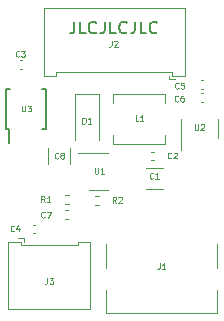
<source format=gbr>
%TF.GenerationSoftware,KiCad,Pcbnew,(6.0.0)*%
%TF.CreationDate,2022-02-06T18:38:24+08:00*%
%TF.ProjectId,FurutaPendulum_Power_Board,46757275-7461-4506-956e-64756c756d5f,rev?*%
%TF.SameCoordinates,Original*%
%TF.FileFunction,Legend,Top*%
%TF.FilePolarity,Positive*%
%FSLAX46Y46*%
G04 Gerber Fmt 4.6, Leading zero omitted, Abs format (unit mm)*
G04 Created by KiCad (PCBNEW (6.0.0)) date 2022-02-06 18:38:24*
%MOMM*%
%LPD*%
G01*
G04 APERTURE LIST*
%ADD10C,0.150000*%
%ADD11C,0.100000*%
%ADD12C,0.120000*%
G04 APERTURE END LIST*
D10*
X96616666Y-93752380D02*
X96616666Y-94466666D01*
X96569047Y-94609523D01*
X96473809Y-94704761D01*
X96330952Y-94752380D01*
X96235714Y-94752380D01*
X97569047Y-94752380D02*
X97092857Y-94752380D01*
X97092857Y-93752380D01*
X98473809Y-94657142D02*
X98426190Y-94704761D01*
X98283333Y-94752380D01*
X98188095Y-94752380D01*
X98045238Y-94704761D01*
X97950000Y-94609523D01*
X97902380Y-94514285D01*
X97854761Y-94323809D01*
X97854761Y-94180952D01*
X97902380Y-93990476D01*
X97950000Y-93895238D01*
X98045238Y-93800000D01*
X98188095Y-93752380D01*
X98283333Y-93752380D01*
X98426190Y-93800000D01*
X98473809Y-93847619D01*
X99188095Y-93752380D02*
X99188095Y-94466666D01*
X99140476Y-94609523D01*
X99045238Y-94704761D01*
X98902380Y-94752380D01*
X98807142Y-94752380D01*
X100140476Y-94752380D02*
X99664285Y-94752380D01*
X99664285Y-93752380D01*
X101045238Y-94657142D02*
X100997619Y-94704761D01*
X100854761Y-94752380D01*
X100759523Y-94752380D01*
X100616666Y-94704761D01*
X100521428Y-94609523D01*
X100473809Y-94514285D01*
X100426190Y-94323809D01*
X100426190Y-94180952D01*
X100473809Y-93990476D01*
X100521428Y-93895238D01*
X100616666Y-93800000D01*
X100759523Y-93752380D01*
X100854761Y-93752380D01*
X100997619Y-93800000D01*
X101045238Y-93847619D01*
X101759523Y-93752380D02*
X101759523Y-94466666D01*
X101711904Y-94609523D01*
X101616666Y-94704761D01*
X101473809Y-94752380D01*
X101378571Y-94752380D01*
X102711904Y-94752380D02*
X102235714Y-94752380D01*
X102235714Y-93752380D01*
X103616666Y-94657142D02*
X103569047Y-94704761D01*
X103426190Y-94752380D01*
X103330952Y-94752380D01*
X103188095Y-94704761D01*
X103092857Y-94609523D01*
X103045238Y-94514285D01*
X102997619Y-94323809D01*
X102997619Y-94180952D01*
X103045238Y-93990476D01*
X103092857Y-93895238D01*
X103188095Y-93800000D01*
X103330952Y-93752380D01*
X103426190Y-93752380D01*
X103569047Y-93800000D01*
X103616666Y-93847619D01*
D11*
%TO.C,L1*%
X102041666Y-102196190D02*
X101803571Y-102196190D01*
X101803571Y-101696190D01*
X102470238Y-102196190D02*
X102184523Y-102196190D01*
X102327380Y-102196190D02*
X102327380Y-101696190D01*
X102279761Y-101767619D01*
X102232142Y-101815238D01*
X102184523Y-101839047D01*
%TO.C,C4*%
X91526666Y-111478571D02*
X91502857Y-111502380D01*
X91431428Y-111526190D01*
X91383809Y-111526190D01*
X91312380Y-111502380D01*
X91264761Y-111454761D01*
X91240952Y-111407142D01*
X91217142Y-111311904D01*
X91217142Y-111240476D01*
X91240952Y-111145238D01*
X91264761Y-111097619D01*
X91312380Y-111050000D01*
X91383809Y-111026190D01*
X91431428Y-111026190D01*
X91502857Y-111050000D01*
X91526666Y-111073809D01*
X91955238Y-111192857D02*
X91955238Y-111526190D01*
X91836190Y-111002380D02*
X91717142Y-111359523D01*
X92026666Y-111359523D01*
%TO.C,D1*%
X97310952Y-102386190D02*
X97310952Y-101886190D01*
X97430000Y-101886190D01*
X97501428Y-101910000D01*
X97549047Y-101957619D01*
X97572857Y-102005238D01*
X97596666Y-102100476D01*
X97596666Y-102171904D01*
X97572857Y-102267142D01*
X97549047Y-102314761D01*
X97501428Y-102362380D01*
X97430000Y-102386190D01*
X97310952Y-102386190D01*
X98072857Y-102386190D02*
X97787142Y-102386190D01*
X97930000Y-102386190D02*
X97930000Y-101886190D01*
X97882380Y-101957619D01*
X97834761Y-102005238D01*
X97787142Y-102029047D01*
%TO.C,C3*%
X91966666Y-96678571D02*
X91942857Y-96702380D01*
X91871428Y-96726190D01*
X91823809Y-96726190D01*
X91752380Y-96702380D01*
X91704761Y-96654761D01*
X91680952Y-96607142D01*
X91657142Y-96511904D01*
X91657142Y-96440476D01*
X91680952Y-96345238D01*
X91704761Y-96297619D01*
X91752380Y-96250000D01*
X91823809Y-96226190D01*
X91871428Y-96226190D01*
X91942857Y-96250000D01*
X91966666Y-96273809D01*
X92133333Y-96226190D02*
X92442857Y-96226190D01*
X92276190Y-96416666D01*
X92347619Y-96416666D01*
X92395238Y-96440476D01*
X92419047Y-96464285D01*
X92442857Y-96511904D01*
X92442857Y-96630952D01*
X92419047Y-96678571D01*
X92395238Y-96702380D01*
X92347619Y-96726190D01*
X92204761Y-96726190D01*
X92157142Y-96702380D01*
X92133333Y-96678571D01*
%TO.C,J2*%
X99783333Y-95376190D02*
X99783333Y-95733333D01*
X99759523Y-95804761D01*
X99711904Y-95852380D01*
X99640476Y-95876190D01*
X99592857Y-95876190D01*
X99997619Y-95423809D02*
X100021428Y-95400000D01*
X100069047Y-95376190D01*
X100188095Y-95376190D01*
X100235714Y-95400000D01*
X100259523Y-95423809D01*
X100283333Y-95471428D01*
X100283333Y-95519047D01*
X100259523Y-95590476D01*
X99973809Y-95876190D01*
X100283333Y-95876190D01*
%TO.C,C6*%
X105416666Y-100478571D02*
X105392857Y-100502380D01*
X105321428Y-100526190D01*
X105273809Y-100526190D01*
X105202380Y-100502380D01*
X105154761Y-100454761D01*
X105130952Y-100407142D01*
X105107142Y-100311904D01*
X105107142Y-100240476D01*
X105130952Y-100145238D01*
X105154761Y-100097619D01*
X105202380Y-100050000D01*
X105273809Y-100026190D01*
X105321428Y-100026190D01*
X105392857Y-100050000D01*
X105416666Y-100073809D01*
X105845238Y-100026190D02*
X105750000Y-100026190D01*
X105702380Y-100050000D01*
X105678571Y-100073809D01*
X105630952Y-100145238D01*
X105607142Y-100240476D01*
X105607142Y-100430952D01*
X105630952Y-100478571D01*
X105654761Y-100502380D01*
X105702380Y-100526190D01*
X105797619Y-100526190D01*
X105845238Y-100502380D01*
X105869047Y-100478571D01*
X105892857Y-100430952D01*
X105892857Y-100311904D01*
X105869047Y-100264285D01*
X105845238Y-100240476D01*
X105797619Y-100216666D01*
X105702380Y-100216666D01*
X105654761Y-100240476D01*
X105630952Y-100264285D01*
X105607142Y-100311904D01*
%TO.C,C2*%
X104826666Y-105298571D02*
X104802857Y-105322380D01*
X104731428Y-105346190D01*
X104683809Y-105346190D01*
X104612380Y-105322380D01*
X104564761Y-105274761D01*
X104540952Y-105227142D01*
X104517142Y-105131904D01*
X104517142Y-105060476D01*
X104540952Y-104965238D01*
X104564761Y-104917619D01*
X104612380Y-104870000D01*
X104683809Y-104846190D01*
X104731428Y-104846190D01*
X104802857Y-104870000D01*
X104826666Y-104893809D01*
X105017142Y-104893809D02*
X105040952Y-104870000D01*
X105088571Y-104846190D01*
X105207619Y-104846190D01*
X105255238Y-104870000D01*
X105279047Y-104893809D01*
X105302857Y-104941428D01*
X105302857Y-104989047D01*
X105279047Y-105060476D01*
X104993333Y-105346190D01*
X105302857Y-105346190D01*
%TO.C,C5*%
X105449166Y-99378571D02*
X105425357Y-99402380D01*
X105353928Y-99426190D01*
X105306309Y-99426190D01*
X105234880Y-99402380D01*
X105187261Y-99354761D01*
X105163452Y-99307142D01*
X105139642Y-99211904D01*
X105139642Y-99140476D01*
X105163452Y-99045238D01*
X105187261Y-98997619D01*
X105234880Y-98950000D01*
X105306309Y-98926190D01*
X105353928Y-98926190D01*
X105425357Y-98950000D01*
X105449166Y-98973809D01*
X105901547Y-98926190D02*
X105663452Y-98926190D01*
X105639642Y-99164285D01*
X105663452Y-99140476D01*
X105711071Y-99116666D01*
X105830119Y-99116666D01*
X105877738Y-99140476D01*
X105901547Y-99164285D01*
X105925357Y-99211904D01*
X105925357Y-99330952D01*
X105901547Y-99378571D01*
X105877738Y-99402380D01*
X105830119Y-99426190D01*
X105711071Y-99426190D01*
X105663452Y-99402380D01*
X105639642Y-99378571D01*
%TO.C,C8*%
X95256666Y-105308571D02*
X95232857Y-105332380D01*
X95161428Y-105356190D01*
X95113809Y-105356190D01*
X95042380Y-105332380D01*
X94994761Y-105284761D01*
X94970952Y-105237142D01*
X94947142Y-105141904D01*
X94947142Y-105070476D01*
X94970952Y-104975238D01*
X94994761Y-104927619D01*
X95042380Y-104880000D01*
X95113809Y-104856190D01*
X95161428Y-104856190D01*
X95232857Y-104880000D01*
X95256666Y-104903809D01*
X95542380Y-105070476D02*
X95494761Y-105046666D01*
X95470952Y-105022857D01*
X95447142Y-104975238D01*
X95447142Y-104951428D01*
X95470952Y-104903809D01*
X95494761Y-104880000D01*
X95542380Y-104856190D01*
X95637619Y-104856190D01*
X95685238Y-104880000D01*
X95709047Y-104903809D01*
X95732857Y-104951428D01*
X95732857Y-104975238D01*
X95709047Y-105022857D01*
X95685238Y-105046666D01*
X95637619Y-105070476D01*
X95542380Y-105070476D01*
X95494761Y-105094285D01*
X95470952Y-105118095D01*
X95447142Y-105165714D01*
X95447142Y-105260952D01*
X95470952Y-105308571D01*
X95494761Y-105332380D01*
X95542380Y-105356190D01*
X95637619Y-105356190D01*
X95685238Y-105332380D01*
X95709047Y-105308571D01*
X95732857Y-105260952D01*
X95732857Y-105165714D01*
X95709047Y-105118095D01*
X95685238Y-105094285D01*
X95637619Y-105070476D01*
%TO.C,U1*%
X98349047Y-106136190D02*
X98349047Y-106540952D01*
X98372857Y-106588571D01*
X98396666Y-106612380D01*
X98444285Y-106636190D01*
X98539523Y-106636190D01*
X98587142Y-106612380D01*
X98610952Y-106588571D01*
X98634761Y-106540952D01*
X98634761Y-106136190D01*
X99134761Y-106636190D02*
X98849047Y-106636190D01*
X98991904Y-106636190D02*
X98991904Y-106136190D01*
X98944285Y-106207619D01*
X98896666Y-106255238D01*
X98849047Y-106279047D01*
%TO.C,R1*%
X94106666Y-109056190D02*
X93940000Y-108818095D01*
X93820952Y-109056190D02*
X93820952Y-108556190D01*
X94011428Y-108556190D01*
X94059047Y-108580000D01*
X94082857Y-108603809D01*
X94106666Y-108651428D01*
X94106666Y-108722857D01*
X94082857Y-108770476D01*
X94059047Y-108794285D01*
X94011428Y-108818095D01*
X93820952Y-108818095D01*
X94582857Y-109056190D02*
X94297142Y-109056190D01*
X94440000Y-109056190D02*
X94440000Y-108556190D01*
X94392380Y-108627619D01*
X94344761Y-108675238D01*
X94297142Y-108699047D01*
%TO.C,C1*%
X103296666Y-107008571D02*
X103272857Y-107032380D01*
X103201428Y-107056190D01*
X103153809Y-107056190D01*
X103082380Y-107032380D01*
X103034761Y-106984761D01*
X103010952Y-106937142D01*
X102987142Y-106841904D01*
X102987142Y-106770476D01*
X103010952Y-106675238D01*
X103034761Y-106627619D01*
X103082380Y-106580000D01*
X103153809Y-106556190D01*
X103201428Y-106556190D01*
X103272857Y-106580000D01*
X103296666Y-106603809D01*
X103772857Y-107056190D02*
X103487142Y-107056190D01*
X103630000Y-107056190D02*
X103630000Y-106556190D01*
X103582380Y-106627619D01*
X103534761Y-106675238D01*
X103487142Y-106699047D01*
%TO.C,U2*%
X106819047Y-102426190D02*
X106819047Y-102830952D01*
X106842857Y-102878571D01*
X106866666Y-102902380D01*
X106914285Y-102926190D01*
X107009523Y-102926190D01*
X107057142Y-102902380D01*
X107080952Y-102878571D01*
X107104761Y-102830952D01*
X107104761Y-102426190D01*
X107319047Y-102473809D02*
X107342857Y-102450000D01*
X107390476Y-102426190D01*
X107509523Y-102426190D01*
X107557142Y-102450000D01*
X107580952Y-102473809D01*
X107604761Y-102521428D01*
X107604761Y-102569047D01*
X107580952Y-102640476D01*
X107295238Y-102926190D01*
X107604761Y-102926190D01*
%TO.C,J3*%
X94333333Y-115476190D02*
X94333333Y-115833333D01*
X94309523Y-115904761D01*
X94261904Y-115952380D01*
X94190476Y-115976190D01*
X94142857Y-115976190D01*
X94523809Y-115476190D02*
X94833333Y-115476190D01*
X94666666Y-115666666D01*
X94738095Y-115666666D01*
X94785714Y-115690476D01*
X94809523Y-115714285D01*
X94833333Y-115761904D01*
X94833333Y-115880952D01*
X94809523Y-115928571D01*
X94785714Y-115952380D01*
X94738095Y-115976190D01*
X94595238Y-115976190D01*
X94547619Y-115952380D01*
X94523809Y-115928571D01*
%TO.C,U3*%
X92199047Y-100866190D02*
X92199047Y-101270952D01*
X92222857Y-101318571D01*
X92246666Y-101342380D01*
X92294285Y-101366190D01*
X92389523Y-101366190D01*
X92437142Y-101342380D01*
X92460952Y-101318571D01*
X92484761Y-101270952D01*
X92484761Y-100866190D01*
X92675238Y-100866190D02*
X92984761Y-100866190D01*
X92818095Y-101056666D01*
X92889523Y-101056666D01*
X92937142Y-101080476D01*
X92960952Y-101104285D01*
X92984761Y-101151904D01*
X92984761Y-101270952D01*
X92960952Y-101318571D01*
X92937142Y-101342380D01*
X92889523Y-101366190D01*
X92746666Y-101366190D01*
X92699047Y-101342380D01*
X92675238Y-101318571D01*
%TO.C,C7*%
X94104166Y-110298571D02*
X94080357Y-110322380D01*
X94008928Y-110346190D01*
X93961309Y-110346190D01*
X93889880Y-110322380D01*
X93842261Y-110274761D01*
X93818452Y-110227142D01*
X93794642Y-110131904D01*
X93794642Y-110060476D01*
X93818452Y-109965238D01*
X93842261Y-109917619D01*
X93889880Y-109870000D01*
X93961309Y-109846190D01*
X94008928Y-109846190D01*
X94080357Y-109870000D01*
X94104166Y-109893809D01*
X94270833Y-109846190D02*
X94604166Y-109846190D01*
X94389880Y-110346190D01*
%TO.C,R2*%
X100166666Y-109076190D02*
X100000000Y-108838095D01*
X99880952Y-109076190D02*
X99880952Y-108576190D01*
X100071428Y-108576190D01*
X100119047Y-108600000D01*
X100142857Y-108623809D01*
X100166666Y-108671428D01*
X100166666Y-108742857D01*
X100142857Y-108790476D01*
X100119047Y-108814285D01*
X100071428Y-108838095D01*
X99880952Y-108838095D01*
X100357142Y-108623809D02*
X100380952Y-108600000D01*
X100428571Y-108576190D01*
X100547619Y-108576190D01*
X100595238Y-108600000D01*
X100619047Y-108623809D01*
X100642857Y-108671428D01*
X100642857Y-108719047D01*
X100619047Y-108790476D01*
X100333333Y-109076190D01*
X100642857Y-109076190D01*
%TO.C,J1*%
X103833333Y-114226190D02*
X103833333Y-114583333D01*
X103809523Y-114654761D01*
X103761904Y-114702380D01*
X103690476Y-114726190D01*
X103642857Y-114726190D01*
X104333333Y-114726190D02*
X104047619Y-114726190D01*
X104190476Y-114726190D02*
X104190476Y-114226190D01*
X104142857Y-114297619D01*
X104095238Y-114345238D01*
X104047619Y-114369047D01*
D12*
%TO.C,L1*%
X104325000Y-100670000D02*
X104325000Y-99920000D01*
X104325000Y-104120000D02*
X99925000Y-104120000D01*
X99925000Y-100670000D02*
X99925000Y-99920000D01*
X104325000Y-104120000D02*
X104325000Y-103370000D01*
X99925000Y-99920000D02*
X104325000Y-99920000D01*
X99925000Y-104120000D02*
X99925000Y-103370000D01*
%TO.C,C4*%
X93084165Y-111660000D02*
X93315835Y-111660000D01*
X93084165Y-110940000D02*
X93315835Y-110940000D01*
%TO.C,D1*%
X96680000Y-99910000D02*
X96680000Y-103810000D01*
X98680000Y-99910000D02*
X96680000Y-99910000D01*
X98680000Y-99910000D02*
X98680000Y-103810000D01*
%TO.C,C3*%
X91984165Y-97730000D02*
X92215835Y-97730000D01*
X91984165Y-97010000D02*
X92215835Y-97010000D01*
%TO.C,J2*%
X105985000Y-98360000D02*
X105985000Y-92640000D01*
X104915000Y-98360000D02*
X105985000Y-98360000D01*
X95085000Y-98360000D02*
X94015000Y-98360000D01*
X95085000Y-98060000D02*
X95085000Y-98360000D01*
X100000000Y-98060000D02*
X104915000Y-98060000D01*
X104625000Y-98650000D02*
X105125000Y-98650000D01*
X94015000Y-92640000D02*
X100000000Y-92640000D01*
X94015000Y-98360000D02*
X94015000Y-92640000D01*
X104915000Y-98060000D02*
X104915000Y-98360000D01*
X105985000Y-92640000D02*
X100000000Y-92640000D01*
X104625000Y-98350000D02*
X104625000Y-98650000D01*
X100000000Y-98060000D02*
X95085000Y-98060000D01*
%TO.C,C6*%
X107316665Y-99840000D02*
X107548335Y-99840000D01*
X107316665Y-100560000D02*
X107548335Y-100560000D01*
%TO.C,C2*%
X103094165Y-105480000D02*
X103325835Y-105480000D01*
X103094165Y-104760000D02*
X103325835Y-104760000D01*
%TO.C,C5*%
X107316665Y-99460000D02*
X107548335Y-99460000D01*
X107316665Y-98740000D02*
X107548335Y-98740000D01*
%TO.C,C8*%
X94430000Y-104418748D02*
X94430000Y-105841252D01*
X96250000Y-104418748D02*
X96250000Y-105841252D01*
%TO.C,U1*%
X98700000Y-108030000D02*
X99500000Y-108030000D01*
X98700000Y-104910000D02*
X96900000Y-104910000D01*
X98700000Y-104910000D02*
X99500000Y-104910000D01*
X98700000Y-108030000D02*
X97900000Y-108030000D01*
%TO.C,R1*%
X95832379Y-108430000D02*
X96167621Y-108430000D01*
X95832379Y-109190000D02*
X96167621Y-109190000D01*
%TO.C,C1*%
X102668748Y-106120000D02*
X104091252Y-106120000D01*
X102668748Y-107940000D02*
X104091252Y-107940000D01*
%TO.C,U2*%
X105690000Y-102800000D02*
X105690000Y-104600000D01*
X108810000Y-102800000D02*
X108810000Y-103600000D01*
X105690000Y-102800000D02*
X105690000Y-102000000D01*
X108810000Y-102800000D02*
X108810000Y-102000000D01*
%TO.C,J3*%
X94500000Y-112690000D02*
X92085000Y-112690000D01*
X92085000Y-112390000D02*
X91015000Y-112390000D01*
X91015000Y-118110000D02*
X94500000Y-118110000D01*
X97985000Y-112390000D02*
X97985000Y-118110000D01*
X96915000Y-112690000D02*
X96915000Y-112390000D01*
X96915000Y-112390000D02*
X97985000Y-112390000D01*
X94500000Y-112690000D02*
X96915000Y-112690000D01*
X92375000Y-112400000D02*
X92375000Y-112100000D01*
X91015000Y-112390000D02*
X91015000Y-118110000D01*
X97985000Y-118110000D02*
X94500000Y-118110000D01*
X92085000Y-112690000D02*
X92085000Y-112390000D01*
X92375000Y-112100000D02*
X91875000Y-112100000D01*
D10*
%TO.C,U3*%
X90855000Y-99465000D02*
X91155000Y-99465000D01*
X94205000Y-99465000D02*
X93905000Y-99465000D01*
X94205000Y-102815000D02*
X94205000Y-99465000D01*
X94205000Y-102815000D02*
X93905000Y-102815000D01*
X90855000Y-102815000D02*
X91080000Y-102815000D01*
X90855000Y-102815000D02*
X90855000Y-99465000D01*
X91080000Y-102815000D02*
X91080000Y-104040000D01*
D12*
%TO.C,C7*%
X95864165Y-110440000D02*
X96095835Y-110440000D01*
X95864165Y-109720000D02*
X96095835Y-109720000D01*
%TO.C,R2*%
X98362379Y-109280000D02*
X98697621Y-109280000D01*
X98362379Y-108520000D02*
X98697621Y-108520000D01*
%TO.C,J1*%
X99300000Y-118400000D02*
X108700000Y-118400000D01*
X99300000Y-116500000D02*
X99300000Y-118400000D01*
X108700000Y-112600000D02*
X108700000Y-114600000D01*
X108700000Y-116500000D02*
X108700000Y-118400000D01*
X99300000Y-112600000D02*
X99300000Y-114600000D01*
%TD*%
M02*

</source>
